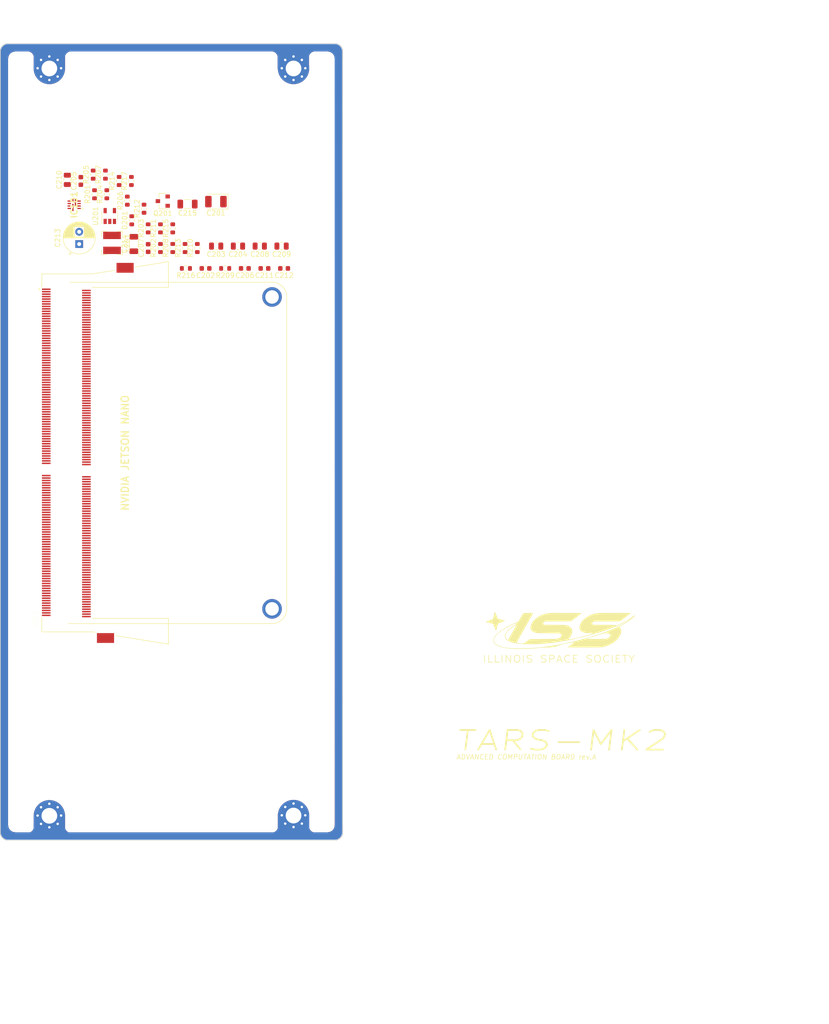
<source format=kicad_pcb>
(kicad_pcb (version 20211014) (generator pcbnew)
  (layers (0 "F.Cu" signal) (31 "B.Cu" signal) (34 "B.Paste" user) (35 "F.Paste" user) (36 "B.SilkS" user "B.Silkscreen") (37 "F.SilkS" user "F.Silkscreen") (38 "B.Mask" user) (39 "F.Mask" user) (44 "Edge.Cuts" user))
  (net 0 "")
  (net 1 "GND")
  (net 2 "/VDD_5V_IN")
  (net 3 "Net-(C205-Pad1)")
  (net 4 "Net-(C206-Pad2)")
  (net 5 "Net-(C206-Pad1)")
  (net 6 "Net-(C207-Pad2)")
  (net 7 "Net-(C207-Pad1)")
  (net 8 "/VDD_3V3_SYS")
  (net 9 "/VDD_1V8")
  (net 10 "Net-(D201-Pad1)")
  (net 11 "/3V3_IO_PG")
  (net 12 "Net-(IC101-Pad10)")
  (net 13 "Net-(IC101-Pad7)")
  (net 14 "/PWR_BTN")
  (net 15 "/SYS_RST")
  (net 16 "/UART2_RXD")
  (net 17 "/POWER_EN")
  (net 18 "/UART2_TXD")
  (net 19 "Net-(J201-Pad235)")
  (net 20 "/I2C2_SDA")
  (net 21 "/SHUTDOWN_REQ")
  (net 22 "/I2C2_SCL")
  (net 23 "Net-(J201-Pad230)")
  (net 24 "Net-(J201-Pad229)")
  (net 25 "Net-(J201-Pad228)")
  (net 26 "Net-(J201-Pad227)")
  (net 27 "Net-(J201-Pad226)")
  (net 28 "Net-(J201-Pad225)")
  (net 29 "Net-(J201-Pad224)")
  (net 30 "Net-(J201-Pad223)")
  (net 31 "Net-(J201-Pad222)")
  (net 32 "Net-(J201-Pad221)")
  (net 33 "Net-(J201-Pad220)")
  (net 34 "Net-(J201-Pad219)")
  (net 35 "Net-(J201-Pad218)")
  (net 36 "Net-(J201-Pad216)")
  (net 37 "/CAM_I2C_SDA")
  (net 38 "/FORCE_RECOVERY")
  (net 39 "/CAM_I2C_SCL")
  (net 40 "Net-(J201-Pad212)")
  (net 41 "Net-(J201-Pad211)")
  (net 42 "Net-(J201-Pad210)")
  (net 43 "/UART1_CTS")
  (net 44 "Net-(J201-Pad208)")
  (net 45 "/UART1_RTS")
  (net 46 "Net-(J201-Pad206)")
  (net 47 "/UART1_RXD")
  (net 48 "Net-(J201-Pad204)")
  (net 49 "/UART1_TXD")
  (net 50 "Net-(J201-Pad202)")
  (net 51 "Net-(J201-Pad199)")
  (net 52 "Net-(J201-Pad198)")
  (net 53 "Net-(J201-Pad197)")
  (net 54 "Net-(J201-Pad196)")
  (net 55 "Net-(J201-Pad195)")
  (net 56 "Net-(J201-Pad194)")
  (net 57 "Net-(J201-Pad193)")
  (net 58 "Net-(J201-Pad192)")
  (net 59 "/I2C1_SDA")
  (net 60 "Net-(J201-Pad190)")
  (net 61 "/I2C1_SCL")
  (net 62 "Net-(J201-Pad188)")
  (net 63 "/I2C0_SDA")
  (net 64 "Net-(J201-Pad186)")
  (net 65 "/I2C0_SCL")
  (net 66 "Net-(J201-Pad184)")
  (net 67 "Net-(J201-Pad183)")
  (net 68 "Net-(J201-Pad182)")
  (net 69 "Net-(J201-Pad181)")
  (net 70 "Net-(J201-Pad180)")
  (net 71 "Net-(J201-Pad179)")
  (net 72 "/MOD_SLEEP")
  (net 73 "Net-(J201-Pad175)")
  (net 74 "Net-(J201-Pad174)")
  (net 75 "Net-(J201-Pad173)")
  (net 76 "Net-(J201-Pad172)")
  (net 77 "Net-(J201-Pad169)")
  (net 78 "Net-(J201-Pad168)")
  (net 79 "Net-(J201-Pad167)")
  (net 80 "Net-(J201-Pad166)")
  (net 81 "Net-(J201-Pad163)")
  (net 82 "Net-(J201-Pad162)")
  (net 83 "Net-(J201-Pad161)")
  (net 84 "Net-(J201-Pad160)")
  (net 85 "Net-(J201-Pad157)")
  (net 86 "Net-(J201-Pad156)")
  (net 87 "Net-(J201-Pad155)")
  (net 88 "Net-(J201-Pad154)")
  (net 89 "Net-(J201-Pad151)")
  (net 90 "Net-(J201-Pad150)")
  (net 91 "Net-(J201-Pad149)")
  (net 92 "Net-(J201-Pad148)")
  (net 93 "Net-(J201-Pad145)")
  (net 94 "Net-(J201-Pad143)")
  (net 95 "Net-(J201-Pad142)")
  (net 96 "Net-(J201-Pad140)")
  (net 97 "Net-(J201-Pad139)")
  (net 98 "Net-(J201-Pad137)")
  (net 99 "Net-(J201-Pad136)")
  (net 100 "Net-(J201-Pad134)")
  (net 101 "Net-(J201-Pad133)")
  (net 102 "Net-(J201-Pad131)")
  (net 103 "Net-(J201-Pad130)")
  (net 104 "Net-(J201-Pad128)")
  (net 105 "/PWR_LED_CTRL")
  (net 106 "Net-(J201-Pad126)")
  (net 107 "Net-(J201-Pad124)")
  (net 108 "Net-(J201-Pad123)")
  (net 109 "Net-(J201-Pad122)")
  (net 110 "Net-(J201-Pad121)")
  (net 111 "Net-(J201-Pad120)")
  (net 112 "Net-(J201-Pad118)")
  (net 113 "Net-(J201-Pad117)")
  (net 114 "Net-(J201-Pad116)")
  (net 115 "Net-(J201-Pad115)")
  (net 116 "Net-(J201-Pad114)")
  (net 117 "/SPI0_CS1")
  (net 118 "Net-(J201-Pad111)")
  (net 119 "/SPI0_CS0")
  (net 120 "Net-(J201-Pad109)")
  (net 121 "/SPI0_MISO")
  (net 122 "/SPI0_SCK")
  (net 123 "/UART0_CTS")
  (net 124 "/SPI0_MOSI")
  (net 125 "/UART0_RTS")
  (net 126 "/UART0_RXD")
  (net 127 "Net-(J201-Pad100)")
  (net 128 "/UART0_TXD")
  (net 129 "Net-(J201-Pad98)")
  (net 130 "Net-(J201-Pad96)")
  (net 131 "Net-(J201-Pad94)")
  (net 132 "Net-(J201-Pad92)")
  (net 133 "Net-(J201-Pad90)")
  (net 134 "Net-(J201-Pad88)")
  (net 135 "Net-(J201-Pad87)")
  (net 136 "Net-(J201-Pad84)")
  (net 137 "Net-(J201-Pad83)")
  (net 138 "Net-(J201-Pad82)")
  (net 139 "Net-(J201-Pad81)")
  (net 140 "Net-(J201-Pad78)")
  (net 141 "Net-(J201-Pad77)")
  (net 142 "Net-(J201-Pad76)")
  (net 143 "Net-(J201-Pad75)")
  (net 144 "Net-(J201-Pad72)")
  (net 145 "Net-(J201-Pad71)")
  (net 146 "Net-(J201-Pad70)")
  (net 147 "Net-(J201-Pad69)")
  (net 148 "Net-(J201-Pad66)")
  (net 149 "Net-(J201-Pad65)")
  (net 150 "Net-(J201-Pad64)")
  (net 151 "Net-(J201-Pad63)")
  (net 152 "Net-(J201-Pad60)")
  (net 153 "Net-(J201-Pad59)")
  (net 154 "Net-(J201-Pad58)")
  (net 155 "Net-(J201-Pad57)")
  (net 156 "Net-(J201-Pad54)")
  (net 157 "Net-(J201-Pad53)")
  (net 158 "Net-(J201-Pad52)")
  (net 159 "Net-(J201-Pad51)")
  (net 160 "Net-(J201-Pad48)")
  (net 161 "Net-(J201-Pad47)")
  (net 162 "Net-(J201-Pad46)")
  (net 163 "Net-(J201-Pad45)")
  (net 164 "Net-(J201-Pad42)")
  (net 165 "Net-(J201-Pad41)")
  (net 166 "Net-(J201-Pad40)")
  (net 167 "Net-(J201-Pad39)")
  (net 168 "Net-(J201-Pad36)")
  (net 169 "Net-(J201-Pad35)")
  (net 170 "Net-(J201-Pad34)")
  (net 171 "Net-(J201-Pad33)")
  (net 172 "Net-(J201-Pad30)")
  (net 173 "Net-(J201-Pad29)")
  (net 174 "Net-(J201-Pad28)")
  (net 175 "Net-(J201-Pad27)")
  (net 176 "Net-(J201-Pad24)")
  (net 177 "Net-(J201-Pad23)")
  (net 178 "Net-(J201-Pad22)")
  (net 179 "Net-(J201-Pad21)")
  (net 180 "Net-(J201-Pad18)")
  (net 181 "Net-(J201-Pad17)")
  (net 182 "Net-(J201-Pad16)")
  (net 183 "Net-(J201-Pad15)")
  (net 184 "Net-(J201-Pad12)")
  (net 185 "Net-(J201-Pad11)")
  (net 186 "Net-(J201-Pad10)")
  (net 187 "Net-(J201-Pad9)")
  (net 188 "Net-(J201-Pad6)")
  (net 189 "Net-(J201-Pad5)")
  (net 190 "Net-(J201-Pad4)")
  (net 191 "Net-(J201-Pad3)")
  (net 192 "Net-(Q201-Pad3)")
  (net 193 "Net-(Q201-Pad1)")
  (net 194 "Net-(R204-Pad2)")
  (net 195 "Net-(U201-Pad4)")
  (footprint "ISS_LOGO:ISS_LOGO_small_drawing" (layer "F.Cu") (at 322.072 259.6134)
    (fp_text reference "G***" hide)
    (fp_text value "LOGO" hide)
  )
  (footprint "MountingHole:MountingHole_3.2mm_M3_Pad_Via" (layer "F.Cu") (at 232.95 225.6492)
    (fp_text reference "REF**" hide)
    (fp_text value "MountingHole_3.2mm_M3_Pad_Via" hide)
  )
  (footprint "MountingHole:MountingHole_3.2mm_M3_Pad_Via" (layer "F.Cu") (at 183.1 225.7)
    (fp_text reference "REF**" hide)
    (fp_text value "MountingHole_3.2mm_M3_Pad_Via" hide)
  )
  (footprint "MountingHole:MountingHole_3.2mm_M3_Pad_Via" (layer "F.Cu") (at 183.1 73.3)
    (fp_text reference "REF**" hide)
    (fp_text value "MountingHole_3.2mm_M3_Pad_Via" hide)
  )
  (footprint "MountingHole:MountingHole_3.2mm_M3_Pad_Via" (layer "F.Cu") (at 232.95 73.3)
    (fp_text reference "REF**" hide)
    (fp_text value "MountingHole_3.2mm_M3_Pad_Via" hide)
  )
  (footprint "Capacitor_Tantalum_SMD:CP_EIA-3528-12_Kemet-T" (layer "F.Cu") (at 217.1 100.5 180)
    (fp_text reference "C201")
    (fp_text value "100uF")
  )
  (footprint "Capacitor_SMD:C_0603_1608Metric" (layer "F.Cu") (at 214.985 114.12 180)
    (fp_text reference "C202")
    (fp_text value "0.1uF")
  )
  (footprint "Capacitor_SMD:C_0805_2012Metric" (layer "F.Cu") (at 217.155 109.57 180)
    (fp_text reference "C203")
    (fp_text value "22uF")
  )
  (footprint "Capacitor_SMD:C_0805_2012Metric" (layer "F.Cu") (at 221.605 109.57 180)
    (fp_text reference "C204")
    (fp_text value "22uF")
  )
  (footprint "Capacitor_SMD:C_0603_1608Metric" (layer "F.Cu") (at 189.53 96.285 90)
    (fp_text reference "C205")
    (fp_text value "1uF")
  )
  (footprint "Capacitor_SMD:C_0603_1608Metric" (layer "F.Cu") (at 223.005 114.12 180)
    (fp_text reference "C206")
    (fp_text value "1uF")
  )
  (footprint "Capacitor_SMD:C_0603_1608Metric" (layer "F.Cu") (at 203.27 109.965 90)
    (fp_text reference "C207")
    (fp_text value "33pF")
  )
  (footprint "Capacitor_SMD:C_0805_2012Metric" (layer "F.Cu") (at 226.055 109.57 180)
    (fp_text reference "C208")
    (fp_text value "22uF")
  )
  (footprint "Capacitor_SMD:C_0805_2012Metric" (layer "F.Cu") (at 230.505 109.57 180)
    (fp_text reference "C209")
    (fp_text value "22uF")
  )
  (footprint "Capacitor_SMD:C_0805_2012Metric" (layer "F.Cu") (at 186.77 96.065 90)
    (fp_text reference "C210")
    (fp_text value "22uF")
  )
  (footprint "Capacitor_SMD:C_0603_1608Metric" (layer "F.Cu") (at 227.015 114.12 180)
    (fp_text reference "C211")
    (fp_text value "1uF")
  )
  (footprint "Capacitor_SMD:C_0603_1608Metric" (layer "F.Cu") (at 231.025 114.12 180)
    (fp_text reference "C212")
    (fp_text value "1uF")
  )
  (footprint "Capacitor_THT:CP_Radial_D6.3mm_P2.50mm" (layer "F.Cu") (at 189.19 109.159759 90)
    (fp_text reference "C213")
    (fp_text value "560uF")
  )
  (footprint "Capacitor_SMD:C_1206_3216Metric" (layer "F.Cu") (at 200.34 109.145 90)
    (fp_text reference "C214")
    (fp_text value "100uF")
  )
  (footprint "Capacitor_SMD:C_1206_3216Metric" (layer "F.Cu") (at 211.305 101 180)
    (fp_text reference "C215")
    (fp_text value "100uF")
  )
  (footprint "Resistor_SMD:R_0603_1608Metric" (layer "F.Cu") (at 199.92 104.315 90)
    (fp_text reference "D201")
    (fp_text value "Green")
  )
  (footprint "Jetson_Nano:MP2384GGP" (layer "F.Cu") (at 188.165 101.14 90)
    (fp_text reference "IC101")
    (fp_text value "MP2384GG-P" hide)
  )
  (footprint "Jetson_Nano:Jetson_Nano" (layer "F.Cu") (at 186.565 155.245 90)
    (fp_text reference "J201")
    (fp_text value "2309413-1")
  )
  (footprint "Inductor_SMD:L_Bourns-SRN4018" (layer "F.Cu") (at 195.89 108.915 90)
    (fp_text reference "L201")
    (fp_text value "2.2uH")
  )
  (footprint "Package_TO_SOT_SMD:SOT-23" (layer "F.Cu") (at 206.255 100.4 180)
    (fp_text reference "Q201")
    (fp_text value "DMN2230U")
  )
  (footprint "Resistor_SMD:R_0603_1608Metric" (layer "F.Cu") (at 192.32 99.005 90)
    (fp_text reference "R201")
    (fp_text value "10K")
  )
  (footprint "Resistor_SMD:R_0603_1608Metric" (layer "F.Cu") (at 205.78 109.965 90)
    (fp_text reference "R202")
    (fp_text value "0")
  )
  (footprint "Resistor_SMD:R_0603_1608Metric" (layer "F.Cu") (at 203.27 105.955 90)
    (fp_text reference "R203")
    (fp_text value "0")
  )
  (footprint "Resistor_SMD:R_0603_1608Metric" (layer "F.Cu") (at 194.83 99.005 90)
    (fp_text reference "R204")
    (fp_text value "0")
  )
  (footprint "Resistor_SMD:R_0603_1608Metric" (layer "F.Cu") (at 192.04 94.995 90)
    (fp_text reference "R205")
    (fp_text value "0")
  )
  (footprint "Resistor_SMD:R_0603_1608Metric" (layer "F.Cu") (at 199.02 100.305 90)
    (fp_text reference "R206")
    (fp_text value "0")
  )
  (footprint "Resistor_SMD:R_0603_1608Metric" (layer "F.Cu") (at 194.55 94.995 90)
    (fp_text reference "R207")
    (fp_text value "40.2K")
  )
  (footprint "Resistor_SMD:R_0603_1608Metric" (layer "F.Cu") (at 208.29 109.965 90)
    (fp_text reference "R208")
    (fp_text value "8.87K")
  )
  (footprint "Resistor_SMD:R_0603_1608Metric" (layer "F.Cu") (at 218.995 114.12 180)
    (fp_text reference "R209")
    (fp_text value "10K")
  )
  (footprint "Resistor_SMD:R_0603_1608Metric" (layer "F.Cu") (at 213.31 109.965 90)
    (fp_text reference "R210")
    (fp_text value "47K")
  )
  (footprint "Resistor_SMD:R_0603_1608Metric" (layer "F.Cu") (at 205.78 105.955 90)
    (fp_text reference "R211")
    (fp_text value "47K")
  )
  (footprint "Resistor_SMD:R_0603_1608Metric" (layer "F.Cu") (at 202.43 101.945 90)
    (fp_text reference "R212")
    (fp_text value "0")
  )
  (footprint "Resistor_SMD:R_0603_1608Metric" (layer "F.Cu") (at 210.8 109.965 90)
    (fp_text reference "R213")
    (fp_text value "47K")
  )
  (footprint "Resistor_SMD:R_0603_1608Metric" (layer "F.Cu") (at 197.34 96.295 90)
    (fp_text reference "R214")
    (fp_text value "1.8K")
  )
  (footprint "Resistor_SMD:R_0603_1608Metric" (layer "F.Cu") (at 208.29 105.955 90)
    (fp_text reference "R215")
    (fp_text value "47K")
  )
  (footprint "Resistor_SMD:R_0603_1608Metric" (layer "F.Cu") (at 210.975 114.12 180)
    (fp_text reference "R216")
    (fp_text value "47K")
  )
  (footprint "Resistor_SMD:R_0603_1608Metric" (layer "F.Cu") (at 199.85 96.295 90)
    (fp_text reference "R217")
    (fp_text value "47K")
  )
  (footprint "Package_TO_SOT_SMD:SOT-23-5" (layer "F.Cu") (at 195.44 103.435 90)
    (fp_text reference "U201")
    (fp_text value "TLV70018_SOT23-5")
  )
  (footprint "ISS_LOGO:ISS_LOGOV2_smaller" (layer "F.Cu") (at 287.83 188.37)
    (fp_text reference "G***" hide)
    (fp_text value "LOGO" hide)
  )
  (gr_arc (start 187.6 229.4) (mid 186.53934 228.96066) (end 186.1 227.9) (layer "F.Cu") (width 0.3))
  (gr_poly (pts (xy 180 228.6) (xy 180 225.7) (xy 186.2 225.7) (xy 186.2 228.6) (xy 187.1 229.6) (xy 179 229.7)) (layer "F.Cu") (width 0.2) (fill solid))
  (gr_arc (start 235.9 71.2) (mid 236.33934 70.13934) (end 237.4 69.7) (layer "F.Cu") (width 0.3))
  (gr_arc (start 228.4 69.7) (mid 229.46066 70.13934) (end 229.9 71.2) (layer "F.Cu") (width 0.3))
  (gr_poly (pts (xy 236 70.5) (xy 236 73.4) (xy 229.8 73.4) (xy 229.8 70.5) (xy 228.9 69.5) (xy 237 69.4)) (layer "F.Cu") (width 0.2) (fill solid))
  (gr_arc (start 186.1 71.2) (mid 186.53934 70.13934) (end 187.6 69.7) (layer "F.Cu") (width 0.3))
  (gr_arc (start 178.6 69.7) (mid 179.66066 70.13934) (end 180.1 71.2) (layer "F.Cu") (width 0.3))
  (gr_poly (pts (xy 186.2 70.5) (xy 186.2 73.4) (xy 180 73.4) (xy 180 70.5) (xy 179.1 69.5) (xy 187.2 69.4)) (layer "F.Cu") (width 0.2) (fill solid))
  (gr_poly (pts (xy 239.95 229.2) (xy 240.45 229.1) (xy 240.85 228.9) (xy 241.15 228.6) (xy 241.35 228.2) (xy 241.45 227.6) (xy 242.95 227.6) (xy 242.95 229.1) (xy 242.85 229.5) (xy 242.65 229.9) (xy 242.35 230.3) (xy 241.75 230.6) (xy 241.35 230.7) (xy 239.95 230.7)) (layer "F.Cu") (width 0.15) (fill solid))
  (gr_arc (start 242.95 229.1) (mid 242.481371 230.231371) (end 241.35 230.7) (layer "F.Cu") (width 0.15))
  (gr_poly (pts (xy 241.4 230.7) (xy 176.2 230.7) (xy 176.2 229.2) (xy 241.4 229.2)) (layer "F.Cu") (width 0.15) (fill solid))
  (gr_poly (pts (xy 174.6 227.7) (xy 174.7 228.2) (xy 174.9 228.6) (xy 175.2 228.9) (xy 175.6 229.1) (xy 176.2 229.2) (xy 176.2 230.7) (xy 174.7 230.7) (xy 174.3 230.6) (xy 173.9 230.4) (xy 173.5 230.1) (xy 173.2 229.5) (xy 173.1 229.1) (xy 173.1 227.7)) (layer "F.Cu") (width 0.15) (fill solid))
  (gr_arc (start 176.2 229.2) (mid 175.068629 228.731371) (end 174.6 227.6) (layer "F.Cu") (width 0.15))
  (gr_arc (start 174.7 230.7) (mid 173.568629 230.231371) (end 173.1 229.1) (layer "F.Cu") (width 0.15))
  (gr_arc (start 173.1 69.9) (mid 173.568629 68.768629) (end 174.7 68.3) (layer "F.Cu") (width 0.15))
  (gr_poly (pts (xy 241.4 69.8) (xy 174.7 69.8) (xy 174.7 68.3) (xy 241.4 68.3)) (layer "F.Cu") (width 0.15) (fill solid))
  (gr_poly (pts (xy 174.6 229.1) (xy 173.1 229.1) (xy 173.1 69.9) (xy 174.6 69.9)) (layer "F.Cu") (width 0.15) (fill solid))
  (gr_arc (start 241.45 227.6) (mid 240.981371 228.731371) (end 239.85 229.2) (layer "F.Cu") (width 0.15))
  (gr_arc (start 229.95 227.8492) (mid 229.51066 228.90986) (end 228.45 229.3492) (layer "F.Cu") (width 0.3))
  (gr_arc (start 237.45 229.3492) (mid 236.38934 228.90986) (end 235.95 227.8492) (layer "F.Cu") (width 0.3))
  (gr_poly (pts (xy 229.85 228.5492) (xy 229.85 225.6492) (xy 236.05 225.6492) (xy 236.05 228.5492) (xy 236.95 229.5492) (xy 228.85 229.6492)) (layer "F.Cu") (width 0.2) (fill solid))
  (gr_arc (start 180.1 227.9) (mid 179.66066 228.96066) (end 178.6 229.4) (layer "F.Cu") (width 0.3))
  (gr_poly (pts (xy 242.9224 229.1) (xy 241.4224 229.1) (xy 241.45 69.9) (xy 242.95 69.9)) (layer "F.Cu") (width 0.15) (fill solid))
  (gr_poly (pts (xy 239.95 69.8) (xy 240.45 69.9) (xy 240.85 70.1) (xy 241.15 70.4) (xy 241.35 70.8) (xy 241.45 71.4) (xy 242.95 71.4) (xy 242.95 69.9) (xy 242.85 69.5) (xy 242.65 69.1) (xy 242.35 68.7) (xy 241.75 68.4) (xy 241.35 68.3) (xy 239.95 68.3)) (layer "F.Cu") (width 0.1) (fill solid))
  (gr_arc (start 239.85 69.8) (mid 240.981371 70.268629) (end 241.45 71.4) (layer "F.Cu") (width 0.15))
  (gr_arc (start 241.35 68.3) (mid 242.481371 68.768629) (end 242.95 69.9) (layer "F.Cu") (width 0.15))
  (gr_poly (pts (xy 176.1 69.8) (xy 175.6 69.9) (xy 175.2 70.1) (xy 174.9 70.4) (xy 174.7 70.8) (xy 174.6 71.4) (xy 173.1 71.4) (xy 173.1 69.9) (xy 173.2 69.5) (xy 173.4 69.1) (xy 173.7 68.7) (xy 174.3 68.4) (xy 174.7 68.3) (xy 176.1 68.3)) (layer "F.Cu") (width 0.15) (fill solid))
  (gr_arc (start 174.6 71.4) (mid 175.068629 70.268629) (end 176.2 69.8) (layer "F.Cu") (width 0.15))
  (gr_poly (pts (xy 236.05 228.5492) (xy 236.05 225.6492) (xy 229.85 225.6492) (xy 229.85 228.5492) (xy 228.95 229.5492) (xy 237.05 229.6492)) (layer "B.Cu") (width 0.2) (fill solid))
  (gr_arc (start 228.4 69.7) (mid 229.46066 70.13934) (end 229.9 71.2) (layer "B.Cu") (width 0.3))
  (gr_arc (start 229.95 227.8492) (mid 229.51066 228.90986) (end 228.45 229.3492) (layer "B.Cu") (width 0.3))
  (gr_arc (start 237.45 229.3492) (mid 236.38934 228.90986) (end 235.95 227.8492) (layer "B.Cu") (width 0.3))
  (gr_poly (pts (xy 186.2 228.6) (xy 186.2 225.7) (xy 180 225.7) (xy 180 228.6) (xy 179.1 229.6) (xy 187.2 229.7)) (layer "B.Cu") (width 0.2) (fill solid))
  (gr_poly (pts (xy 174.6 71.3) (xy 174.7 70.8) (xy 174.9 70.4) (xy 175.2 70.1) (xy 175.6 69.9) (xy 176.2 69.8) (xy 176.2 68.3) (xy 174.7 68.3) (xy 174.3 68.4) (xy 173.9 68.6) (xy 173.5 68.9) (xy 173.2 69.5) (xy 173.1 69.9) (xy 173.1 71.3)) (layer "B.Cu") (width 0.15) (fill solid))
  (gr_poly (pts (xy 241.4 229.2) (xy 174.7 229.2) (xy 174.7 230.7) (xy 241.4 230.7)) (layer "B.Cu") (width 0.15) (fill solid))
  (gr_arc (start 242.95 229.1) (mid 242.481371 230.231371) (end 241.35 230.7) (layer "B.Cu") (width 0.15))
  (gr_poly (pts (xy 239.95 229.2) (xy 240.45 229.1) (xy 240.85 228.9) (xy 241.15 228.6) (xy 241.35 228.2) (xy 241.45 227.6) (xy 242.95 227.6) (xy 242.95 229.1) (xy 242.85 229.5) (xy 242.65 229.9) (xy 242.35 230.3) (xy 241.75 230.6) (xy 241.35 230.7) (xy 239.95 230.7)) (layer "B.Cu") (width 0.1) (fill solid))
  (gr_poly (pts (xy 176.1 229.2) (xy 175.6 229.1) (xy 175.2 228.9) (xy 174.9 228.6) (xy 174.7 228.2) (xy 174.6 227.6) (xy 173.1 227.6) (xy 173.1 229.1) (xy 173.2 229.5) (xy 173.4 229.9) (xy 173.7 230.3) (xy 174.3 230.6) (xy 174.7 230.7) (xy 176.1 230.7)) (layer "B.Cu") (width 0.15) (fill solid))
  (gr_poly (pts (xy 174.6 69.9) (xy 173.1 69.9) (xy 173.1 229.1) (xy 174.6 229.1)) (layer "B.Cu") (width 0.15) (fill solid))
  (gr_arc (start 241.45 227.6) (mid 240.981371 228.731371) (end 239.85 229.2) (layer "B.Cu") (width 0.15))
  (gr_arc (start 241.35 68.3) (mid 242.481371 68.768629) (end 242.95 69.9) (layer "B.Cu") (width 0.15))
  (gr_poly (pts (xy 239.95 69.8) (xy 240.45 69.9) (xy 240.85 70.1) (xy 241.15 70.4) (xy 241.35 70.8) (xy 241.45 71.4) (xy 242.95 71.4) (xy 242.95 69.9) (xy 242.85 69.5) (xy 242.65 69.1) (xy 242.35 68.7) (xy 241.75 68.4) (xy 241.35 68.3) (xy 239.95 68.3)) (layer "B.Cu") (width 0.15) (fill solid))
  (gr_poly (pts (xy 241.4 68.3) (xy 176.2 68.3) (xy 176.2 69.8) (xy 241.4 69.8)) (layer "B.Cu") (width 0.15) (fill solid))
  (gr_arc (start 174.6 71.4) (mid 175.068629 70.268629) (end 176.2 69.8) (layer "B.Cu") (width 0.15))
  (gr_arc (start 235.9 71.2) (mid 236.33934 70.13934) (end 237.4 69.7) (layer "B.Cu") (width 0.3))
  (gr_arc (start 239.85 69.8) (mid 240.981371 70.268629) (end 241.45 71.4) (layer "B.Cu") (width 0.15))
  (gr_arc (start 176.2 229.2) (mid 175.068629 228.731371) (end 174.6 227.6) (layer "B.Cu") (width 0.15))
  (gr_arc (start 174.7 230.7) (mid 173.568629 230.231371) (end 173.1 229.1) (layer "B.Cu") (width 0.15))
  (gr_arc (start 173.1 69.9) (mid 173.568629 68.768629) (end 174.7 68.3) (layer "B.Cu") (width 0.15))
  (gr_poly (pts (xy 242.9224 69.9) (xy 241.4224 69.9) (xy 241.45 229.1) (xy 242.95 229.1)) (layer "B.Cu") (width 0.15) (fill solid))
  (gr_arc (start 178.6 69.7) (mid 179.66066 70.13934) (end 180.1 71.2) (layer "B.Cu") (width 0.3))
  (gr_arc (start 186.1 71.2) (mid 186.53934 70.13934) (end 187.6 69.7) (layer "B.Cu") (width 0.3))
  (gr_poly (pts (xy 180 70.5) (xy 180 73.4) (xy 186.2 73.4) (xy 186.2 70.5) (xy 187.1 69.5) (xy 179 69.4)) (layer "B.Cu") (width 0.2) (fill solid))
  (gr_arc (start 187.6 229.4) (mid 186.53934 228.96066) (end 186.1 227.9) (layer "B.Cu") (width 0.3))
  (gr_arc (start 180.1 227.9) (mid 179.66066 228.96066) (end 178.6 229.4) (layer "B.Cu") (width 0.3))
  (gr_poly (pts (xy 229.8 70.5) (xy 229.8 73.4) (xy 236 73.4) (xy 236 70.5) (xy 236.9 69.5) (xy 228.8 69.4)) (layer "B.Cu") (width 0.2) (fill solid))
  (gr_arc (start 241.35 68.3) (mid 242.481371 68.768629) (end 242.95 69.9) (layer "Edge.Cuts") (width 0.15))
  (gr_line (start 173.1 229.1) (end 173.1 69.9) (layer "Edge.Cuts") (width 0.15))
  (gr_arc (start 174.7 230.7) (mid 173.568629 230.231371) (end 173.1 229.1) (layer "Edge.Cuts") (width 0.15))
  (gr_arc (start 242.950001 229.1) (mid 242.481372 230.231372) (end 241.35 230.700001) (layer "Edge.Cuts") (width 0.15))
  (gr_line (start 242.95 69.9) (end 242.95 229.1) (layer "Edge.Cuts") (width 0.15))
  (gr_line (start 174.7 68.3) (end 241.35 68.3) (layer "Edge.Cuts") (width 0.15))
  (gr_line (start 241.35 230.7) (end 174.7 230.7) (layer "Edge.Cuts") (width 0.15))
  (gr_arc (start 173.1 69.9) (mid 173.568629 68.768629) (end 174.7 68.3) (layer "Edge.Cuts") (width 0.15))
  (gr_text "ILLINOIS SPACE SOCIETY" (at 287.12 193.78) (layer "F.SilkS") (effects (font (size 1.4 1.7) (thickness 0.14))))
  (gr_text "ADVANCED COMPUTATION BOARD rev.A" (at 280.46 213.76) (layer "F.SilkS") (effects (font (size 1 1) (thickness 0.13) italic)))
  (gr_text "TARS-MK2" (at 287.7 210.42) (layer "F.SilkS") (effects (font (size 4 5.5) (thickness 0.35) italic)))
)
</source>
